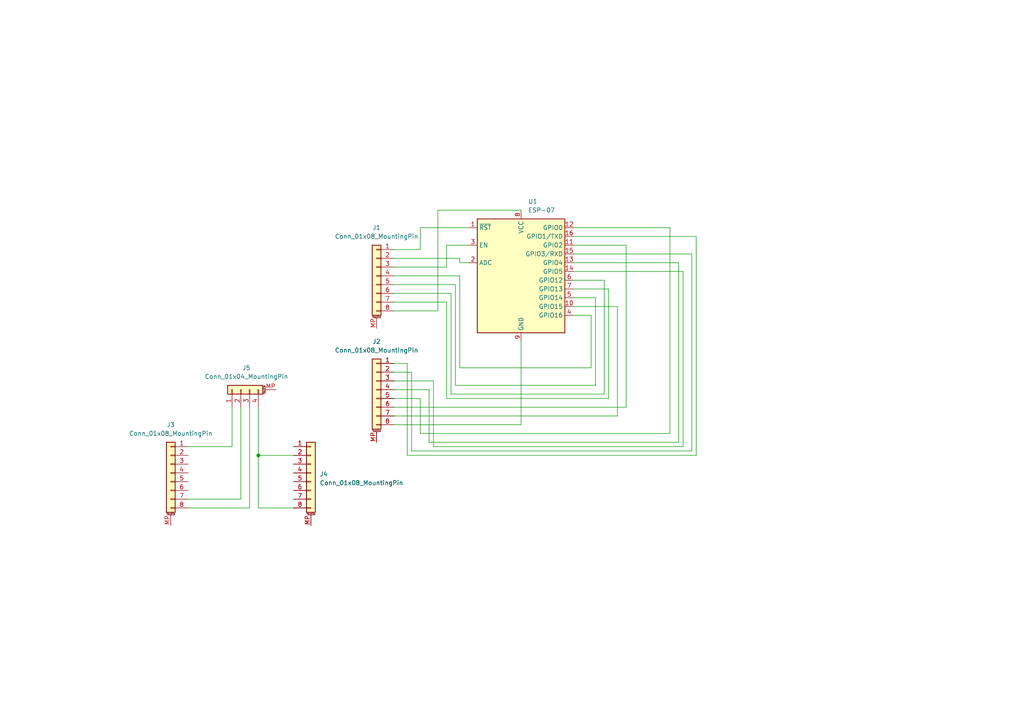
<source format=kicad_sch>
(kicad_sch (version 20211123) (generator eeschema)
  (paper "A4")
  (lib_symbols
    (symbol "Connector_Generic_MountingPin:Conn_01x04_MountingPin" (pin_names (offset 1.016) hide)
      (property "Reference" "J" (at 0 5.08 0))
      (property "Value" "Conn_01x04_MountingPin" (at 1.27 -7.62 0))
      (symbol "Conn_01x04_MountingPin_1_1"
        (rectangle (start -1.27 -4.953) (end 0 -5.207) (stroke (width 0.1524)))
        (rectangle (start -1.27 -2.413) (end 0 -2.667) (stroke (width 0.1524)))
        (rectangle (start -1.27 0.127) (end 0 -0.127) (stroke (width 0.1524)))
        (rectangle (start -1.27 2.667) (end 0 2.413) (stroke (width 0.1524)))
        (rectangle (start -1.27 3.81) (end 1.27 -6.35) (stroke (width 0.254)) (fill (type background)))
        (polyline (pts (xy -1.016 -7.112) (xy 1.016 -7.112)) (stroke (width 0.1524)))
        (text "Mounting" (at 0 -6.731 0) (effects (font (size 0.381 0.381))))
        (pin passive line (at -5.08 2.54 0) (length 3.81) (name "Pin_1") (number "1"))
        (pin passive line (at -5.08 0 0) (length 3.81) (name "Pin_2") (number "2"))
        (pin passive line (at -5.08 -2.54 0) (length 3.81) (name "Pin_3") (number "3"))
        (pin passive line (at -5.08 -5.08 0) (length 3.81) (name "Pin_4") (number "4"))
        (pin passive line (at 0 -10.16 90) (length 3.048) (name "MountPin") (number "MP"))
      )
    )
    (symbol "Connector_Generic_MountingPin:Conn_01x08_MountingPin" (pin_names (offset 1.016) hide)
      (property "Reference" "J" (at 0 10.16 0))
      (property "Value" "Conn_01x08_MountingPin" (at 1.27 -12.7 0))
      (symbol "Conn_01x08_MountingPin_1_1"
        (rectangle (start -1.27 -10.033) (end 0 -10.287) (stroke (width 0.1524)))
        (rectangle (start -1.27 -7.493) (end 0 -7.747) (stroke (width 0.1524)))
        (rectangle (start -1.27 -4.953) (end 0 -5.207) (stroke (width 0.1524)))
        (rectangle (start -1.27 -2.413) (end 0 -2.667) (stroke (width 0.1524)))
        (rectangle (start -1.27 0.127) (end 0 -0.127) (stroke (width 0.1524)))
        (rectangle (start -1.27 2.667) (end 0 2.413) (stroke (width 0.1524)))
        (rectangle (start -1.27 5.207) (end 0 4.953) (stroke (width 0.1524)))
        (rectangle (start -1.27 7.747) (end 0 7.493) (stroke (width 0.1524)))
        (rectangle (start -1.27 8.89) (end 1.27 -11.43) (stroke (width 0.254)) (fill (type background)))
        (polyline (pts (xy -1.016 -12.192) (xy 1.016 -12.192)) (stroke (width 0.1524)))
        (text "Mounting" (at 0 -11.811 0) (effects (font (size 0.381 0.381))))
        (pin passive line (at -5.08 7.62 0) (length 3.81) (name "Pin_1") (number "1"))
        (pin passive line (at -5.08 5.08 0) (length 3.81) (name "Pin_2") (number "2"))
        (pin passive line (at -5.08 2.54 0) (length 3.81) (name "Pin_3") (number "3"))
        (pin passive line (at -5.08 0 0) (length 3.81) (name "Pin_4") (number "4"))
        (pin passive line (at -5.08 -2.54 0) (length 3.81) (name "Pin_5") (number "5"))
        (pin passive line (at -5.08 -5.08 0) (length 3.81) (name "Pin_6") (number "6"))
        (pin passive line (at -5.08 -7.62 0) (length 3.81) (name "Pin_7") (number "7"))
        (pin passive line (at -5.08 -10.16 0) (length 3.81) (name "Pin_8") (number "8"))
        (pin passive line (at 0 -15.24 90) (length 3.048) (name "MountPin") (number "MP"))
      )
    )
    (symbol "RF_Module:ESP-07"
      (property "Reference" "U" (at -12.7 19.05 0))
      (property "Value" "ESP-07" (at 12.7 19.05 0))
      (symbol "ESP-07_0_1"
        (rectangle (start -12.7 17.78) (end 12.7 -15.24) (stroke (width 0.254)) (fill (type background)))
      )
      (symbol "ESP-07_1_1"
        (pin input line (at -15.24 15.24 0) (length 2.54) (name "~{RST}") (number "1"))
        (pin bidirectional line (at 15.24 -7.62 180) (length 2.54) (name "GPIO15") (number "10"))
        (pin bidirectional line (at 15.24 10.16 180) (length 2.54) (name "GPIO2") (number "11"))
        (pin bidirectional line (at 15.24 15.24 180) (length 2.54) (name "GPIO0") (number "12"))
        (pin bidirectional line (at 15.24 5.08 180) (length 2.54) (name "GPIO4") (number "13"))
        (pin bidirectional line (at 15.24 2.54 180) (length 2.54) (name "GPIO5") (number "14"))
        (pin bidirectional line (at 15.24 7.62 180) (length 2.54) (name "GPIO3/RXD") (number "15"))
        (pin bidirectional line (at 15.24 12.7 180) (length 2.54) (name "GPIO1/TXD") (number "16"))
        (pin input line (at -15.24 5.08 0) (length 2.54) (name "ADC") (number "2"))
        (pin input line (at -15.24 10.16 0) (length 2.54) (name "EN") (number "3"))
        (pin bidirectional line (at 15.24 -10.16 180) (length 2.54) (name "GPIO16") (number "4"))
        (pin bidirectional line (at 15.24 -5.08 180) (length 2.54) (name "GPIO14") (number "5"))
        (pin bidirectional line (at 15.24 0 180) (length 2.54) (name "GPIO12") (number "6"))
        (pin bidirectional line (at 15.24 -2.54 180) (length 2.54) (name "GPIO13") (number "7"))
        (pin power_in line (at 0 20.32 270) (length 2.54) (name "VCC") (number "8"))
        (pin power_in line (at 0 -17.78 90) (length 2.54) (name "GND") (number "9"))
      )
    )
  )
  (junction (at 74.93 132.08))
  (wire (pts (xy 121.92 115.57) (xy 121.92 125.73)))
  (wire (pts (xy 129.54 77.47) (xy 129.54 71.12)))
  (wire (pts (xy 114.3 72.39) (xy 121.92 72.39)))
  (wire (pts (xy 67.31 129.54) (xy 67.31 118.11)))
  (wire (pts (xy 198.12 129.54) (xy 125.73 129.54)))
  (wire (pts (xy 72.39 147.32) (xy 72.39 118.11)))
  (wire (pts (xy 133.35 76.2) (xy 135.89 76.2)))
  (wire (pts (xy 166.37 78.74) (xy 198.12 78.74)))
  (wire (pts (xy 166.37 71.12) (xy 181.61 71.12)))
  (wire (pts (xy 129.54 71.12) (xy 135.89 71.12)))
  (wire (pts (xy 69.85 144.78) (xy 69.85 118.11)))
  (wire (pts (xy 181.61 118.11) (xy 181.61 71.12)))
  (wire (pts (xy 171.45 91.44) (xy 166.37 91.44)))
  (wire (pts (xy 74.93 132.08) (xy 74.93 147.32)))
  (wire (pts (xy 130.81 85.09) (xy 130.81 114.3)))
  (wire (pts (xy 166.37 76.2) (xy 196.85 76.2)))
  (wire (pts (xy 118.11 132.08) (xy 118.11 105.41)))
  (wire (pts (xy 172.72 86.36) (xy 166.37 86.36)))
  (wire (pts (xy 194.31 125.73) (xy 194.31 66.04)))
  (wire (pts (xy 114.3 80.01) (xy 133.35 80.01)))
  (wire (pts (xy 129.54 115.57) (xy 129.54 87.63)))
  (wire (pts (xy 201.93 132.08) (xy 118.11 132.08)))
  (wire (pts (xy 198.12 78.74) (xy 198.12 129.54)))
  (wire (pts (xy 176.53 83.82) (xy 176.53 115.57)))
  (wire (pts (xy 125.73 129.54) (xy 125.73 110.49)))
  (wire (pts (xy 114.3 110.49) (xy 125.73 110.49)))
  (wire (pts (xy 151.13 123.19) (xy 151.13 99.06)))
  (wire (pts (xy 127 90.17) (xy 127 60.96)))
  (wire (pts (xy 127 60.96) (xy 151.13 60.96)))
  (wire (pts (xy 171.45 106.68) (xy 171.45 91.44)))
  (wire (pts (xy 166.37 73.66) (xy 200.66 73.66)))
  (wire (pts (xy 114.3 113.03) (xy 124.46 113.03)))
  (wire (pts (xy 133.35 106.68) (xy 171.45 106.68)))
  (wire (pts (xy 74.93 118.11) (xy 74.93 132.08)))
  (wire (pts (xy 114.3 77.47) (xy 129.54 77.47)))
  (wire (pts (xy 114.3 85.09) (xy 130.81 85.09)))
  (wire (pts (xy 121.92 66.04) (xy 135.89 66.04)))
  (wire (pts (xy 179.07 88.9) (xy 166.37 88.9)))
  (wire (pts (xy 129.54 87.63) (xy 114.3 87.63)))
  (wire (pts (xy 124.46 113.03) (xy 124.46 128.27)))
  (wire (pts (xy 114.3 120.65) (xy 179.07 120.65)))
  (wire (pts (xy 201.93 68.58) (xy 201.93 132.08)))
  (wire (pts (xy 114.3 118.11) (xy 181.61 118.11)))
  (wire (pts (xy 166.37 83.82) (xy 176.53 83.82)))
  (wire (pts (xy 119.38 130.81) (xy 200.66 130.81)))
  (wire (pts (xy 54.61 129.54) (xy 67.31 129.54)))
  (wire (pts (xy 172.72 111.76) (xy 172.72 86.36)))
  (wire (pts (xy 114.3 105.41) (xy 118.11 105.41)))
  (wire (pts (xy 124.46 128.27) (xy 196.85 128.27)))
  (wire (pts (xy 196.85 128.27) (xy 196.85 76.2)))
  (wire (pts (xy 114.3 90.17) (xy 127 90.17)))
  (wire (pts (xy 121.92 125.73) (xy 194.31 125.73)))
  (wire (pts (xy 166.37 66.04) (xy 194.31 66.04)))
  (wire (pts (xy 54.61 147.32) (xy 72.39 147.32)))
  (wire (pts (xy 130.81 114.3) (xy 175.26 114.3)))
  (wire (pts (xy 132.08 111.76) (xy 172.72 111.76)))
  (wire (pts (xy 114.3 123.19) (xy 151.13 123.19)))
  (wire (pts (xy 133.35 80.01) (xy 133.35 106.68)))
  (wire (pts (xy 74.93 147.32) (xy 85.09 147.32)))
  (wire (pts (xy 54.61 144.78) (xy 69.85 144.78)))
  (wire (pts (xy 179.07 120.65) (xy 179.07 88.9)))
  (wire (pts (xy 166.37 68.58) (xy 201.93 68.58)))
  (wire (pts (xy 166.37 81.28) (xy 175.26 81.28)))
  (wire (pts (xy 114.3 107.95) (xy 119.38 107.95)))
  (wire (pts (xy 121.92 72.39) (xy 121.92 66.04)))
  (wire (pts (xy 114.3 115.57) (xy 121.92 115.57)))
  (wire (pts (xy 119.38 107.95) (xy 119.38 130.81)))
  (wire (pts (xy 114.3 82.55) (xy 132.08 82.55)))
  (wire (pts (xy 133.35 74.93) (xy 133.35 76.2)))
  (wire (pts (xy 175.26 114.3) (xy 175.26 81.28)))
  (wire (pts (xy 176.53 115.57) (xy 129.54 115.57)))
  (wire (pts (xy 74.93 132.08) (xy 85.09 132.08)))
  (wire (pts (xy 114.3 74.93) (xy 133.35 74.93)))
  (wire (pts (xy 200.66 130.81) (xy 200.66 73.66)))
  (wire (pts (xy 132.08 82.55) (xy 132.08 111.76)))
  (symbol (lib_id "Connector_Generic_MountingPin:Conn_01x04_MountingPin") (at 69.85 113.03 90) (unit 1)
    (property "Reference" "J5" (at 71.4756 106.68 90))
    (property "Value" "Conn_01x04_MountingPin" (at 71.4756 109.22 90))
    (property "Footprint" "Connector_PinSocket_2.54mm:PinSocket_1x04_P2.54mm_Horizontal" (effects hide))
  )
  (symbol (lib_id "Connector_Generic_MountingPin:Conn_01x08_MountingPin") (at 109.22 113.03 0) (mirror y) (unit 1)
    (property "Reference" "J2" (at 109.22 99.06 0))
    (property "Value" "Conn_01x08_MountingPin" (at 109.22 101.6 0))
    (property "Footprint" "Connector_PinHeader_2.54mm:PinHeader_1x08_P2.54mm_Vertical" (effects hide))
  )
  (symbol (lib_id "Connector_Generic_MountingPin:Conn_01x08_MountingPin") (at 109.22 80.01 0) (mirror y) (unit 1)
    (property "Reference" "J1" (at 109.22 66.04 0))
    (property "Value" "Conn_01x08_MountingPin" (at 109.22 68.58 0))
    (property "Footprint" "Connector_PinHeader_2.54mm:PinHeader_1x08_P2.54mm_Vertical" (effects hide))
  )
  (symbol (lib_id "Connector_Generic_MountingPin:Conn_01x08_MountingPin") (at 49.53 137.16 0) (mirror y) (unit 1)
    (property "Reference" "J3" (at 49.53 123.19 0))
    (property "Value" "Conn_01x08_MountingPin" (at 49.53 125.73 0))
    (property "Footprint" "Connector_PinHeader_2.54mm:PinHeader_1x08_P2.54mm_Vertical" (effects hide))
  )
  (symbol (lib_id "Connector_Generic_MountingPin:Conn_01x08_MountingPin") (at 90.17 137.16 0) (unit 1)
    (property "Reference" "J4" (at 92.71 137.5155 0) (effects (justify left)))
    (property "Value" "Conn_01x08_MountingPin" (at 92.71 140.0555 0) (effects (justify left)))
    (property "Footprint" "Connector_PinHeader_2.54mm:PinHeader_1x08_P2.54mm_Vertical" (effects hide))
  )
  (symbol (lib_id "RF_Module:ESP-07") (at 151.13 81.28 0) (unit 1)
    (property "Reference" "U1" (at 153.1494 58.42 0) (effects (justify left)))
    (property "Value" "ESP-07" (at 153.1494 60.96 0) (effects (justify left)))
    (property "Footprint" "RF_Module:ESP-07" (effects hide))
    (property "Datasheet" "http://wiki.ai-thinker.com/_media/esp8266/esp8266_series_modules_user_manual_v1.1.pdf" (effects hide))
  )
)
</source>
